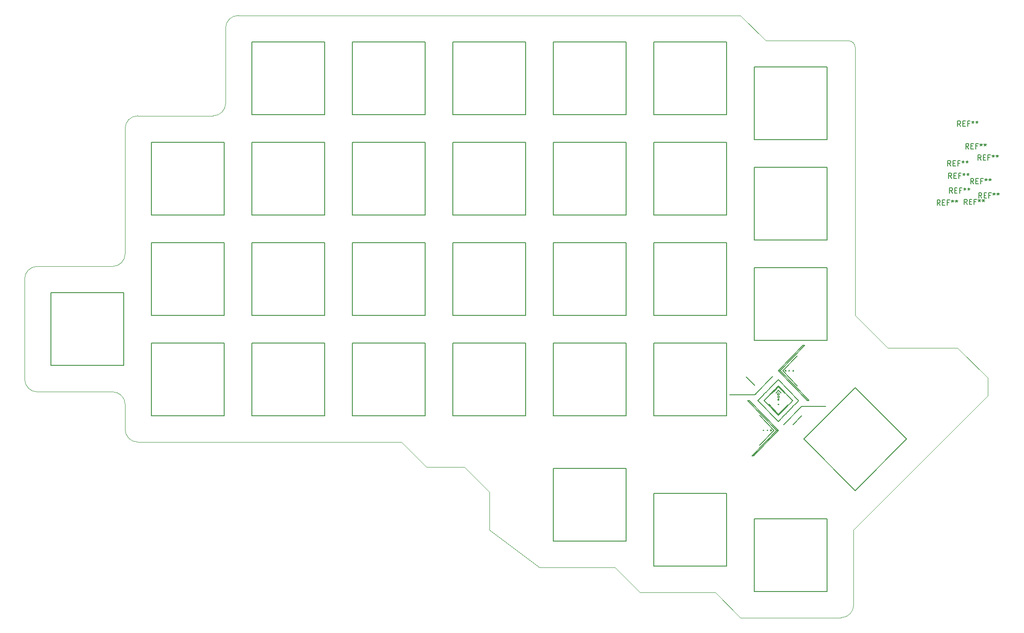
<source format=gto>
%TF.GenerationSoftware,KiCad,Pcbnew,5.1.9*%
%TF.CreationDate,2021-04-18T17:12:56+02:00*%
%TF.ProjectId,Crystal-Zeliska-plate,43727973-7461-46c2-9d5a-656c69736b61,rev?*%
%TF.SameCoordinates,Original*%
%TF.FileFunction,Legend,Top*%
%TF.FilePolarity,Positive*%
%FSLAX46Y46*%
G04 Gerber Fmt 4.6, Leading zero omitted, Abs format (unit mm)*
G04 Created by KiCad (PCBNEW 5.1.9) date 2021-04-18 17:12:56*
%MOMM*%
%LPD*%
G01*
G04 APERTURE LIST*
%TA.AperFunction,Profile*%
%ADD10C,0.100000*%
%TD*%
%TA.AperFunction,Profile*%
%ADD11C,0.200000*%
%TD*%
%ADD12C,0.200000*%
%ADD13C,0.150000*%
G04 APERTURE END LIST*
D10*
X182736236Y-39662123D02*
X198464420Y-39708640D01*
X199674420Y-40908640D02*
X199674420Y-91798640D01*
X199674420Y-91798640D02*
X205854420Y-97978640D01*
X219114420Y-97978640D02*
X224854420Y-103718640D01*
X224854420Y-103718640D02*
X224857219Y-107078640D01*
X224857219Y-107078640D02*
X199403716Y-132532143D01*
X199403716Y-132532143D02*
X199403716Y-146819643D01*
X197023736Y-149197083D02*
X177973736Y-149197083D01*
X177973736Y-34899623D02*
X182736236Y-39662123D01*
D11*
X137247376Y-58955963D02*
X137247376Y-72755783D01*
X123447556Y-72755783D02*
X123447556Y-58955963D01*
X123447556Y-91805783D02*
X137247376Y-91805783D01*
X137247376Y-78005963D02*
X123447556Y-78005963D01*
X137247376Y-78005963D02*
X137247376Y-91805783D01*
X123447556Y-91805783D02*
X123447556Y-78005963D01*
X123447556Y-110855783D02*
X123447556Y-97055963D01*
X137247376Y-97055963D02*
X137247376Y-110855783D01*
X194397376Y-63718463D02*
X194397376Y-77518283D01*
X180597556Y-77518283D02*
X180597556Y-63718463D01*
X180597556Y-96568283D02*
X180597556Y-82768463D01*
X194397376Y-82768463D02*
X194397376Y-96568283D01*
X194397376Y-82768463D02*
X180597556Y-82768463D01*
X180597556Y-96568283D02*
X194397376Y-96568283D01*
X189924436Y-115298243D02*
X199683116Y-125056923D01*
X209441796Y-115298243D02*
X199683116Y-105542103D01*
X99147376Y-39905963D02*
X85347556Y-39905963D01*
X85347556Y-53705783D02*
X99147376Y-53705783D01*
X85347556Y-72755783D02*
X85347556Y-58955963D01*
X99147376Y-58955963D02*
X99147376Y-72755783D01*
X99147376Y-58955963D02*
X85347556Y-58955963D01*
X85347556Y-72755783D02*
X99147376Y-72755783D01*
X85347556Y-91805783D02*
X85347556Y-78005963D01*
X99147376Y-78005963D02*
X99147376Y-91805783D01*
X175347376Y-39905963D02*
X161547556Y-39905963D01*
X161547556Y-53705783D02*
X175347376Y-53705783D01*
X66297556Y-72755783D02*
X66297556Y-58955963D01*
X80097376Y-58955963D02*
X80097376Y-72755783D01*
X80097376Y-58955963D02*
X66297556Y-58955963D01*
X66297556Y-72755783D02*
X80097376Y-72755783D01*
X66297556Y-110855783D02*
X80097376Y-110855783D01*
X80097376Y-97055963D02*
X66297556Y-97055963D01*
X175347376Y-58955963D02*
X175347376Y-72755783D01*
X161547556Y-72755783D02*
X161547556Y-58955963D01*
X161547556Y-91805783D02*
X161547556Y-78005963D01*
X175347376Y-78005963D02*
X175347376Y-91805783D01*
X175347376Y-78005963D02*
X161547556Y-78005963D01*
X161547556Y-91805783D02*
X175347376Y-91805783D01*
X161547556Y-110855783D02*
X161547556Y-97055963D01*
X175347376Y-97055963D02*
X175347376Y-110855783D01*
X118197376Y-39905963D02*
X118197376Y-53705783D01*
X104397556Y-53705783D02*
X104397556Y-39905963D01*
X104397556Y-72755783D02*
X118197376Y-72755783D01*
X118197376Y-58955963D02*
X104397556Y-58955963D01*
X118197376Y-58955963D02*
X118197376Y-72755783D01*
X104397556Y-72755783D02*
X104397556Y-58955963D01*
X104397556Y-110855783D02*
X104397556Y-97055963D01*
X118197376Y-97055963D02*
X118197376Y-110855783D01*
X156297376Y-97055963D02*
X142497556Y-97055963D01*
X142497556Y-110855783D02*
X156297376Y-110855783D01*
X142497556Y-134668283D02*
X156297376Y-134668283D01*
X156297376Y-120868463D02*
X142497556Y-120868463D01*
X156297376Y-120868463D02*
X156297376Y-134668283D01*
X142497556Y-134668283D02*
X142497556Y-120868463D01*
X161547556Y-72755783D02*
X175347376Y-72755783D01*
X175347376Y-58955963D02*
X161547556Y-58955963D01*
X137247376Y-97055963D02*
X123447556Y-97055963D01*
X123447556Y-110855783D02*
X137247376Y-110855783D01*
X142497556Y-53705783D02*
X156297376Y-53705783D01*
X156297376Y-39905963D02*
X142497556Y-39905963D01*
X156297376Y-39905963D02*
X156297376Y-53705783D01*
X142497556Y-53705783D02*
X142497556Y-39905963D01*
X142497556Y-72755783D02*
X156297376Y-72755783D01*
X156297376Y-58955963D02*
X142497556Y-58955963D01*
X175347376Y-97055963D02*
X161547556Y-97055963D01*
X161547556Y-110855783D02*
X175347376Y-110855783D01*
X180597556Y-58468283D02*
X180597556Y-44668463D01*
X194397376Y-44668463D02*
X194397376Y-58468283D01*
X194397376Y-44668463D02*
X180597556Y-44668463D01*
X180597556Y-58468283D02*
X194397376Y-58468283D01*
X180597556Y-77518283D02*
X194397376Y-77518283D01*
X194397376Y-63718463D02*
X180597556Y-63718463D01*
D10*
X63673735Y-115865347D02*
G75*
G02*
X61291216Y-113482143I685J2383204D01*
G01*
D11*
X161547556Y-139430783D02*
X175347376Y-139430783D01*
X175347376Y-125630963D02*
X161547556Y-125630963D01*
X175347376Y-125630963D02*
X175347376Y-139430783D01*
X161547556Y-139430783D02*
X161547556Y-125630963D01*
X161547556Y-53705783D02*
X161547556Y-39905963D01*
X175347376Y-39905963D02*
X175347376Y-53705783D01*
X80097376Y-78005963D02*
X66297556Y-78005963D01*
X66297556Y-91805783D02*
X80097376Y-91805783D01*
X47247556Y-101330783D02*
X61047376Y-101330783D01*
X61047376Y-87530963D02*
X47247556Y-87530963D01*
X61047376Y-87530963D02*
X61047376Y-101330783D01*
X47247556Y-101330783D02*
X47247556Y-87530963D01*
X85347556Y-53705783D02*
X85347556Y-39905963D01*
X99147376Y-39905963D02*
X99147376Y-53705783D01*
X80097376Y-97055963D02*
X80097376Y-110855783D01*
X66297556Y-110855783D02*
X66297556Y-97055963D01*
X104397556Y-91805783D02*
X104397556Y-78005963D01*
X118197376Y-78005963D02*
X118197376Y-91805783D01*
X118197376Y-78005963D02*
X104397556Y-78005963D01*
X104397556Y-91805783D02*
X118197376Y-91805783D01*
X66297556Y-91805783D02*
X66297556Y-78005963D01*
X80097376Y-78005963D02*
X80097376Y-91805783D01*
D10*
X118441216Y-120624623D02*
X113678716Y-115862123D01*
X113678716Y-115862123D02*
X63674244Y-115861361D01*
X61291216Y-113482143D02*
X61291216Y-108719643D01*
X58911236Y-106337123D02*
X44624244Y-106336361D01*
X42241216Y-103957143D02*
X42239831Y-84938638D01*
X44624244Y-82523861D02*
X58911744Y-82523861D01*
X61292994Y-80142611D02*
X61285413Y-56332126D01*
X63673736Y-53949623D02*
X77961744Y-53948861D01*
X177973736Y-149197083D02*
X173211236Y-144437123D01*
X173211236Y-144437123D02*
X158923736Y-144437123D01*
X158923736Y-144437123D02*
X154161236Y-139674623D01*
X154161236Y-139674623D02*
X139873736Y-139674623D01*
X139873736Y-139674623D02*
X130348736Y-132532143D01*
X130348736Y-132532143D02*
X130348736Y-125387123D01*
X130348736Y-125387123D02*
X125586236Y-120624623D01*
X125586236Y-120624623D02*
X118441216Y-120624623D01*
D11*
X209441796Y-115298243D02*
X199683116Y-125056923D01*
X189924436Y-115298243D02*
X199683116Y-105542103D01*
X180597556Y-144193283D02*
X180597556Y-130393463D01*
X194397376Y-130393463D02*
X194397376Y-144193283D01*
X194397376Y-130393463D02*
X180597556Y-130393463D01*
X180597556Y-144193283D02*
X194397376Y-144193283D01*
D10*
X44624244Y-106340347D02*
G75*
G02*
X42241216Y-103957143I176J2383204D01*
G01*
D11*
X156297376Y-58955963D02*
X156297376Y-72755783D01*
X142497556Y-72755783D02*
X142497556Y-58955963D01*
X142497556Y-91805783D02*
X142497556Y-78005963D01*
X156297376Y-78005963D02*
X156297376Y-91805783D01*
X156297376Y-78005963D02*
X142497556Y-78005963D01*
X142497556Y-91805783D02*
X156297376Y-91805783D01*
X142497556Y-110855783D02*
X142497556Y-97055963D01*
X156297376Y-97055963D02*
X156297376Y-110855783D01*
D10*
X42239831Y-84938638D02*
G75*
G02*
X44624245Y-82523862I2384589J29998D01*
G01*
X61285412Y-56332126D02*
G75*
G02*
X63673736Y-53949623I2389008J-6514D01*
G01*
X61290396Y-80142617D02*
G75*
G02*
X58911237Y-82524622I-2375976J-6023D01*
G01*
D11*
X99147376Y-78005963D02*
X85347556Y-78005963D01*
X85347556Y-91805783D02*
X99147376Y-91805783D01*
X85347556Y-110855783D02*
X99147376Y-110855783D01*
X99147376Y-97055963D02*
X85347556Y-97055963D01*
X99147376Y-97055963D02*
X99147376Y-110855783D01*
X85347556Y-110855783D02*
X85347556Y-97055963D01*
X104397556Y-53705783D02*
X118197376Y-53705783D01*
X118197376Y-39905963D02*
X104397556Y-39905963D01*
X118197376Y-97055963D02*
X104397556Y-97055963D01*
X104397556Y-110855783D02*
X118197376Y-110855783D01*
X123447556Y-53705783D02*
X137247376Y-53705783D01*
X137247376Y-39905963D02*
X123447556Y-39905963D01*
X137247376Y-39905963D02*
X137247376Y-53705783D01*
X123447556Y-53705783D02*
X123447556Y-39905963D01*
X123447556Y-72755783D02*
X137247376Y-72755783D01*
X137247376Y-58955963D02*
X123447556Y-58955963D01*
D10*
X80342994Y-51567611D02*
X80341216Y-37282143D01*
X82723736Y-34899623D02*
X177973736Y-34899623D01*
X205854420Y-97978640D02*
X219114420Y-97978640D01*
X199402863Y-146819643D02*
G75*
G02*
X197024420Y-149197083I-2378443J1003D01*
G01*
X198464420Y-39708599D02*
G75*
G02*
X199674420Y-40908640I0J-1210041D01*
G01*
X80345407Y-37282136D02*
G75*
G02*
X82723737Y-34899624I2379013J3496D01*
G01*
X58911241Y-106341847D02*
G75*
G02*
X61291215Y-108719642I3179J-2376793D01*
G01*
X80345404Y-51567609D02*
G75*
G02*
X77961237Y-53949622I-2380984J-1031D01*
G01*
D12*
X184531022Y-106023432D02*
X183906025Y-106669035D01*
X185156607Y-105377222D02*
X185781547Y-106022766D01*
X185156604Y-108631807D02*
X185156604Y-108631807D01*
X185156604Y-108631807D02*
X185079966Y-108684704D01*
X179422903Y-108098025D02*
X179312015Y-107983480D01*
X185161545Y-110601110D02*
X185146205Y-110616949D01*
X185124623Y-104013972D02*
X188979011Y-107995435D01*
X184560032Y-104597177D02*
X184717712Y-104434297D01*
X184717712Y-104434297D02*
X184874859Y-104271969D01*
X184874859Y-104271969D02*
X185027065Y-104114745D01*
X185027065Y-104114745D02*
X185124623Y-104013972D01*
X185689214Y-111393694D02*
X185531532Y-111556573D01*
X185531532Y-111556573D02*
X185374385Y-111718901D01*
X185374385Y-111718901D02*
X185222180Y-111876125D01*
X185222180Y-111876125D02*
X185124623Y-111976899D01*
X180692390Y-106915071D02*
X184077818Y-103417539D01*
X190600442Y-107990353D02*
X190547502Y-107935663D01*
X185322516Y-107289855D02*
X185273922Y-107168669D01*
X185039286Y-107411042D02*
X185220096Y-107448192D01*
X184296898Y-113645115D02*
X181561717Y-116470479D01*
X181561455Y-110819481D02*
X184296898Y-113645115D01*
X187289039Y-108575073D02*
X187147649Y-108721124D01*
X187147649Y-108721124D02*
X186995448Y-108878343D01*
X186995448Y-108878343D02*
X186833700Y-109045423D01*
X186833700Y-109045423D02*
X186663670Y-109221060D01*
X186663670Y-109221060D02*
X186486620Y-109403947D01*
X186486620Y-109403947D02*
X186303815Y-109592779D01*
X186303815Y-109592779D02*
X186163695Y-109737519D01*
X186163695Y-109737519D02*
X186021581Y-109884317D01*
X186021581Y-109884317D02*
X185925996Y-109983055D01*
X182269042Y-113685639D02*
X182329503Y-113698062D01*
X185198795Y-107908603D02*
X185266854Y-107803387D01*
X183042266Y-113685498D02*
X183102517Y-113697878D01*
X175905045Y-106915052D02*
X180692402Y-106915052D01*
X189552568Y-110898824D02*
X187935619Y-112569783D01*
X187131004Y-102295343D02*
X187170098Y-102278616D01*
X187170098Y-102278616D02*
X187221176Y-102313870D01*
X185954560Y-102335725D02*
X188689740Y-105161088D01*
X185457776Y-102335640D02*
X190883707Y-107940683D01*
X190146379Y-97492460D02*
X185457776Y-102335640D01*
X189552568Y-109072252D02*
X186167140Y-112569783D01*
X180692390Y-105088498D02*
X179021431Y-103471549D01*
X183641895Y-113601328D02*
X183665907Y-113726023D01*
X186396457Y-102335725D02*
X186428900Y-102254817D01*
X183102517Y-113697878D02*
X183136647Y-113645115D01*
X189552571Y-109072280D02*
X189338631Y-109293273D01*
X194119791Y-109072280D02*
X189552571Y-109072280D01*
X183228975Y-107197115D02*
X183372120Y-107049250D01*
X183372120Y-107049250D02*
X183513628Y-106903077D01*
X183513628Y-106903077D02*
X183652965Y-106759146D01*
X183652965Y-106759146D02*
X183834450Y-106571678D01*
X183834450Y-106571678D02*
X184009864Y-106390481D01*
X184009864Y-106390481D02*
X184177942Y-106216861D01*
X184177942Y-106216861D02*
X184337422Y-106052123D01*
X184337422Y-106052123D02*
X184487038Y-105897574D01*
X184487038Y-105897574D02*
X184592018Y-105789134D01*
X185156609Y-110777808D02*
X182459588Y-107991870D01*
X185350141Y-106747441D02*
X185293456Y-106606077D01*
X185230668Y-106932141D02*
X185348915Y-106769944D01*
X185348915Y-106769944D02*
X185350141Y-106747441D01*
X185079966Y-108684704D02*
X185097948Y-108778084D01*
X185156607Y-110606320D02*
X183325917Y-108715278D01*
X185156607Y-110606320D02*
X186986191Y-108716417D01*
X185188348Y-108796659D02*
X185239556Y-108717494D01*
X185215260Y-108656904D02*
X185156604Y-108631807D01*
X182347502Y-113604592D02*
X182308272Y-113587806D01*
X185266854Y-107803387D02*
X185234562Y-107722859D01*
X185156607Y-106062276D02*
X185625720Y-106546857D01*
X184687572Y-106546774D02*
X185156607Y-106062276D01*
X184387221Y-106000683D02*
X183228975Y-107197115D01*
X184592018Y-105789134D02*
X184749699Y-105626254D01*
X184749699Y-105626254D02*
X184906846Y-105463926D01*
X184906846Y-105463926D02*
X185059051Y-105306702D01*
X185059051Y-105306702D02*
X185156609Y-105205929D01*
X185124623Y-104013972D02*
X185124623Y-104013972D01*
X182329503Y-113698062D02*
X182363752Y-113645115D01*
X185220096Y-107448192D02*
X185322516Y-107289855D01*
X183136647Y-113645115D02*
X183120454Y-113604734D01*
X185234562Y-107722859D02*
X185156604Y-107689503D01*
X183081360Y-113588006D02*
X183081360Y-113588006D01*
X180277260Y-118310842D02*
X180104961Y-118488820D01*
X184794112Y-113645070D02*
X180104961Y-118488813D01*
X185126196Y-113645070D02*
X184794112Y-113645070D01*
X185156604Y-107689503D02*
X185156604Y-107689503D01*
X183196989Y-106005158D02*
X183340134Y-105857293D01*
X183340134Y-105857293D02*
X183481642Y-105711120D01*
X183481642Y-105711120D02*
X183620979Y-105567189D01*
X183620979Y-105567189D02*
X183802464Y-105379721D01*
X183802464Y-105379721D02*
X183977877Y-105198524D01*
X183977877Y-105198524D02*
X184145956Y-105024904D01*
X184145956Y-105024904D02*
X184305436Y-104860166D01*
X184305436Y-104860166D02*
X184455052Y-104705617D01*
X184455052Y-104705617D02*
X184560032Y-104597177D01*
X182363752Y-113645115D02*
X182347502Y-113604592D01*
X187221176Y-102313870D02*
X187209192Y-102376108D01*
X186507226Y-102221304D02*
X186609563Y-102291938D01*
X182308272Y-113587806D02*
X182308272Y-113587806D01*
X186428900Y-102254817D02*
X186507226Y-102221304D01*
X187903956Y-102295202D02*
X187943186Y-102278416D01*
X181270235Y-107995435D02*
X181416967Y-107843865D01*
X181416967Y-107843865D02*
X181568395Y-107687445D01*
X181568395Y-107687445D02*
X181737367Y-107512901D01*
X181737367Y-107512901D02*
X181834826Y-107412230D01*
X185124623Y-111976899D02*
X181270235Y-107995435D01*
X187943186Y-102278416D02*
X187994442Y-102313794D01*
X187209192Y-102376108D02*
X187148941Y-102388488D01*
X185019752Y-106888805D02*
X185216989Y-106937381D01*
X185216989Y-106937381D02*
X185230668Y-106932141D01*
X184977799Y-106670936D02*
X185005213Y-106871997D01*
X185005213Y-106871997D02*
X185019752Y-106888805D01*
X187982416Y-102376249D02*
X187921955Y-102388672D01*
X186464836Y-102441437D02*
X186396457Y-102335725D01*
X183081360Y-113588006D02*
X183030282Y-113623261D01*
X183786622Y-113750828D02*
X183855001Y-113645115D01*
X189552571Y-109072280D02*
X194119791Y-109072280D01*
X180692402Y-106915052D02*
X180867818Y-106733853D01*
X190146378Y-97492453D02*
X189815073Y-97492225D01*
X190033251Y-97609308D02*
X190146378Y-97492453D01*
X187887706Y-102335725D02*
X187903956Y-102295202D01*
X183030282Y-113623261D02*
X183042266Y-113685498D01*
X183024179Y-107408664D02*
X183165568Y-107262612D01*
X183165568Y-107262612D02*
X183317769Y-107105393D01*
X183317769Y-107105393D02*
X183479517Y-106938313D01*
X183479517Y-106938313D02*
X183649547Y-106762676D01*
X183649547Y-106762676D02*
X183826597Y-106579789D01*
X183826597Y-106579789D02*
X184009402Y-106390957D01*
X184009402Y-106390957D02*
X184149522Y-106246218D01*
X184149522Y-106246218D02*
X184291635Y-106099420D01*
X184291635Y-106099420D02*
X184387221Y-106000683D01*
X182459588Y-107991870D02*
X182606320Y-107840299D01*
X182606320Y-107840299D02*
X182757747Y-107683879D01*
X182757747Y-107683879D02*
X182926720Y-107509335D01*
X182926720Y-107509335D02*
X183024179Y-107408664D01*
X185925996Y-109983055D02*
X187084243Y-108786622D01*
X185721200Y-110194603D02*
X185563518Y-110357482D01*
X185563518Y-110357482D02*
X185406371Y-110519810D01*
X185406371Y-110519810D02*
X185254166Y-110677034D01*
X185254166Y-110677034D02*
X185156609Y-110777808D01*
X186507226Y-102221304D02*
X186507226Y-102221304D01*
X187084243Y-108786622D02*
X186941097Y-108934486D01*
X186941097Y-108934486D02*
X186799589Y-109080660D01*
X186799589Y-109080660D02*
X186660252Y-109224591D01*
X186660252Y-109224591D02*
X186478767Y-109412059D01*
X186478767Y-109412059D02*
X186303353Y-109593256D01*
X186303353Y-109593256D02*
X186135275Y-109766876D01*
X186135275Y-109766876D02*
X185975795Y-109931613D01*
X185975795Y-109931613D02*
X185826179Y-110086162D01*
X185826179Y-110086162D02*
X185721200Y-110194603D01*
X185156609Y-105205929D02*
X187853630Y-107991870D01*
X183744232Y-113530694D02*
X183641895Y-113601328D01*
X187921955Y-102388672D02*
X187887706Y-102335725D01*
X183822558Y-113564208D02*
X183744232Y-113530694D01*
X186609563Y-102291938D02*
X186585551Y-102416633D01*
X185156604Y-107118473D02*
X185156604Y-107118473D01*
X187853630Y-107991870D02*
X187706897Y-108143439D01*
X187706897Y-108143439D02*
X187555470Y-108299859D01*
X187555470Y-108299859D02*
X187386497Y-108474401D01*
X187386497Y-108474401D02*
X187289039Y-108575073D01*
X187052256Y-109985713D02*
X186909110Y-110133577D01*
X186909110Y-110133577D02*
X186767602Y-110279750D01*
X186767602Y-110279750D02*
X186628265Y-110423681D01*
X186628265Y-110423681D02*
X186446781Y-110611149D01*
X186446781Y-110611149D02*
X186271367Y-110792346D01*
X186271367Y-110792346D02*
X186103289Y-110965966D01*
X186103289Y-110965966D02*
X185943809Y-111130704D01*
X185943809Y-111130704D02*
X185794193Y-111285253D01*
X185794193Y-111285253D02*
X185689214Y-111393694D01*
X185156604Y-106547524D02*
X184983883Y-106657239D01*
X184983883Y-106657239D02*
X184977799Y-106670936D01*
X185781547Y-106022766D02*
X186406713Y-106668547D01*
X183197869Y-106004250D02*
X183196989Y-106005158D01*
X180437483Y-118488469D02*
X180552446Y-118369709D01*
X180104961Y-118488820D02*
X180437483Y-118488469D01*
X185239556Y-108717494D02*
X185215260Y-108656904D01*
X182308272Y-113587806D02*
X182257016Y-113623184D01*
X183744232Y-113530694D02*
X183744232Y-113530694D01*
X183120454Y-113604734D02*
X183081360Y-113588006D01*
X187994442Y-102313794D02*
X187982416Y-102376249D01*
X184531022Y-106023432D02*
X185156607Y-105377222D01*
X185156609Y-105205929D02*
X185156609Y-105205929D01*
X185003321Y-107224270D02*
X185039286Y-107411042D01*
X185156604Y-107118473D02*
X185003321Y-107224270D01*
X187114811Y-102335725D02*
X187131004Y-102295343D01*
X183855001Y-113645115D02*
X183822558Y-113564208D01*
X188690003Y-99510091D02*
X185954560Y-102335725D01*
X182257016Y-113623184D02*
X182269042Y-113685639D01*
X185054747Y-107759805D02*
X185078646Y-107883915D01*
X187051377Y-109986622D02*
X187052256Y-109985713D01*
X185126195Y-102335690D02*
X190547486Y-107935715D01*
X189815073Y-97492225D02*
X185126195Y-102335690D01*
X185293456Y-106606077D02*
X185156604Y-106547524D01*
X185126196Y-113645070D02*
X179712940Y-108053339D01*
X180437483Y-118488364D02*
X185126196Y-113645070D01*
X185273922Y-107168669D02*
X185156604Y-107118473D01*
X190931807Y-107990353D02*
X190600442Y-107990353D01*
X190883707Y-107940683D02*
X190931807Y-107990353D01*
X185078646Y-107883915D02*
X185198795Y-107908603D01*
X185156604Y-107689503D02*
X185054747Y-107759805D01*
X185156604Y-106547524D02*
X185156604Y-106547524D01*
X183665907Y-113726023D02*
X183786622Y-113750828D01*
X179651961Y-107990381D02*
X179712941Y-108053370D01*
X179312015Y-107983480D02*
X179651961Y-107990381D01*
X186585551Y-102416633D02*
X186464836Y-102441437D01*
X187943186Y-102278416D02*
X187943186Y-102278416D01*
X187170098Y-102278616D02*
X187170098Y-102278616D01*
X179312018Y-107983479D02*
X184801951Y-113648301D01*
X185126196Y-102335640D02*
X185457776Y-102335640D01*
X181834826Y-107412230D02*
X181976215Y-107266179D01*
X181976215Y-107266179D02*
X182128416Y-107108960D01*
X182128416Y-107108960D02*
X182290164Y-106941880D01*
X182290164Y-106941880D02*
X182460195Y-106766244D01*
X182460195Y-106766244D02*
X182637245Y-106583357D01*
X182637245Y-106583357D02*
X182820050Y-106394525D01*
X182820050Y-106394525D02*
X182960170Y-106249785D01*
X182960170Y-106249785D02*
X183102283Y-106102987D01*
X183102283Y-106102987D02*
X183197869Y-106004250D01*
X188979011Y-107995435D02*
X188832278Y-108147005D01*
X188832278Y-108147005D02*
X188680850Y-108303424D01*
X188680850Y-108303424D02*
X188511878Y-108477968D01*
X188511878Y-108477968D02*
X188414420Y-108578640D01*
X187148941Y-102388488D02*
X187114811Y-102335725D01*
X185097948Y-108778084D02*
X185188348Y-108796659D01*
X188414420Y-108578640D02*
X188273029Y-108724691D01*
X188273029Y-108724691D02*
X188120829Y-108881910D01*
X188120829Y-108881910D02*
X187959081Y-109048991D01*
X187959081Y-109048991D02*
X187789050Y-109224627D01*
X187789050Y-109224627D02*
X187612000Y-109407514D01*
X187612000Y-109407514D02*
X187429195Y-109596346D01*
X187429195Y-109596346D02*
X187289075Y-109741086D01*
X187289075Y-109741086D02*
X187146962Y-109887884D01*
X187146962Y-109887884D02*
X187051377Y-109986622D01*
D13*
X217991086Y-65831020D02*
X217657753Y-65354830D01*
X217419658Y-65831020D02*
X217419658Y-64831020D01*
X217800610Y-64831020D01*
X217895848Y-64878640D01*
X217943467Y-64926259D01*
X217991086Y-65021497D01*
X217991086Y-65164354D01*
X217943467Y-65259592D01*
X217895848Y-65307211D01*
X217800610Y-65354830D01*
X217419658Y-65354830D01*
X218419658Y-65307211D02*
X218752991Y-65307211D01*
X218895848Y-65831020D02*
X218419658Y-65831020D01*
X218419658Y-64831020D01*
X218895848Y-64831020D01*
X219657753Y-65307211D02*
X219324420Y-65307211D01*
X219324420Y-65831020D02*
X219324420Y-64831020D01*
X219800610Y-64831020D01*
X220324420Y-64831020D02*
X220324420Y-65069116D01*
X220086324Y-64973878D02*
X220324420Y-65069116D01*
X220562515Y-64973878D01*
X220181562Y-65259592D02*
X220324420Y-65069116D01*
X220467277Y-65259592D01*
X221086324Y-64831020D02*
X221086324Y-65069116D01*
X220848229Y-64973878D02*
X221086324Y-65069116D01*
X221324420Y-64973878D01*
X220943467Y-65259592D02*
X221086324Y-65069116D01*
X221229181Y-65259592D01*
X218141086Y-68611020D02*
X217807753Y-68134830D01*
X217569658Y-68611020D02*
X217569658Y-67611020D01*
X217950610Y-67611020D01*
X218045848Y-67658640D01*
X218093467Y-67706259D01*
X218141086Y-67801497D01*
X218141086Y-67944354D01*
X218093467Y-68039592D01*
X218045848Y-68087211D01*
X217950610Y-68134830D01*
X217569658Y-68134830D01*
X218569658Y-68087211D02*
X218902991Y-68087211D01*
X219045848Y-68611020D02*
X218569658Y-68611020D01*
X218569658Y-67611020D01*
X219045848Y-67611020D01*
X219807753Y-68087211D02*
X219474420Y-68087211D01*
X219474420Y-68611020D02*
X219474420Y-67611020D01*
X219950610Y-67611020D01*
X220474420Y-67611020D02*
X220474420Y-67849116D01*
X220236324Y-67753878D02*
X220474420Y-67849116D01*
X220712515Y-67753878D01*
X220331562Y-68039592D02*
X220474420Y-67849116D01*
X220617277Y-68039592D01*
X221236324Y-67611020D02*
X221236324Y-67849116D01*
X220998229Y-67753878D02*
X221236324Y-67849116D01*
X221474420Y-67753878D01*
X221093467Y-68039592D02*
X221236324Y-67849116D01*
X221379181Y-68039592D01*
X223551086Y-62371020D02*
X223217753Y-61894830D01*
X222979658Y-62371020D02*
X222979658Y-61371020D01*
X223360610Y-61371020D01*
X223455848Y-61418640D01*
X223503467Y-61466259D01*
X223551086Y-61561497D01*
X223551086Y-61704354D01*
X223503467Y-61799592D01*
X223455848Y-61847211D01*
X223360610Y-61894830D01*
X222979658Y-61894830D01*
X223979658Y-61847211D02*
X224312991Y-61847211D01*
X224455848Y-62371020D02*
X223979658Y-62371020D01*
X223979658Y-61371020D01*
X224455848Y-61371020D01*
X225217753Y-61847211D02*
X224884420Y-61847211D01*
X224884420Y-62371020D02*
X224884420Y-61371020D01*
X225360610Y-61371020D01*
X225884420Y-61371020D02*
X225884420Y-61609116D01*
X225646324Y-61513878D02*
X225884420Y-61609116D01*
X226122515Y-61513878D01*
X225741562Y-61799592D02*
X225884420Y-61609116D01*
X226027277Y-61799592D01*
X226646324Y-61371020D02*
X226646324Y-61609116D01*
X226408229Y-61513878D02*
X226646324Y-61609116D01*
X226884420Y-61513878D01*
X226503467Y-61799592D02*
X226646324Y-61609116D01*
X226789181Y-61799592D01*
X222161086Y-66851020D02*
X221827753Y-66374830D01*
X221589658Y-66851020D02*
X221589658Y-65851020D01*
X221970610Y-65851020D01*
X222065848Y-65898640D01*
X222113467Y-65946259D01*
X222161086Y-66041497D01*
X222161086Y-66184354D01*
X222113467Y-66279592D01*
X222065848Y-66327211D01*
X221970610Y-66374830D01*
X221589658Y-66374830D01*
X222589658Y-66327211D02*
X222922991Y-66327211D01*
X223065848Y-66851020D02*
X222589658Y-66851020D01*
X222589658Y-65851020D01*
X223065848Y-65851020D01*
X223827753Y-66327211D02*
X223494420Y-66327211D01*
X223494420Y-66851020D02*
X223494420Y-65851020D01*
X223970610Y-65851020D01*
X224494420Y-65851020D02*
X224494420Y-66089116D01*
X224256324Y-65993878D02*
X224494420Y-66089116D01*
X224732515Y-65993878D01*
X224351562Y-66279592D02*
X224494420Y-66089116D01*
X224637277Y-66279592D01*
X225256324Y-65851020D02*
X225256324Y-66089116D01*
X225018229Y-65993878D02*
X225256324Y-66089116D01*
X225494420Y-65993878D01*
X225113467Y-66279592D02*
X225256324Y-66089116D01*
X225399181Y-66279592D01*
X223701086Y-69541020D02*
X223367753Y-69064830D01*
X223129658Y-69541020D02*
X223129658Y-68541020D01*
X223510610Y-68541020D01*
X223605848Y-68588640D01*
X223653467Y-68636259D01*
X223701086Y-68731497D01*
X223701086Y-68874354D01*
X223653467Y-68969592D01*
X223605848Y-69017211D01*
X223510610Y-69064830D01*
X223129658Y-69064830D01*
X224129658Y-69017211D02*
X224462991Y-69017211D01*
X224605848Y-69541020D02*
X224129658Y-69541020D01*
X224129658Y-68541020D01*
X224605848Y-68541020D01*
X225367753Y-69017211D02*
X225034420Y-69017211D01*
X225034420Y-69541020D02*
X225034420Y-68541020D01*
X225510610Y-68541020D01*
X226034420Y-68541020D02*
X226034420Y-68779116D01*
X225796324Y-68683878D02*
X226034420Y-68779116D01*
X226272515Y-68683878D01*
X225891562Y-68969592D02*
X226034420Y-68779116D01*
X226177277Y-68969592D01*
X226796324Y-68541020D02*
X226796324Y-68779116D01*
X226558229Y-68683878D02*
X226796324Y-68779116D01*
X227034420Y-68683878D01*
X226653467Y-68969592D02*
X226796324Y-68779116D01*
X226939181Y-68969592D01*
X220921086Y-70771020D02*
X220587753Y-70294830D01*
X220349658Y-70771020D02*
X220349658Y-69771020D01*
X220730610Y-69771020D01*
X220825848Y-69818640D01*
X220873467Y-69866259D01*
X220921086Y-69961497D01*
X220921086Y-70104354D01*
X220873467Y-70199592D01*
X220825848Y-70247211D01*
X220730610Y-70294830D01*
X220349658Y-70294830D01*
X221349658Y-70247211D02*
X221682991Y-70247211D01*
X221825848Y-70771020D02*
X221349658Y-70771020D01*
X221349658Y-69771020D01*
X221825848Y-69771020D01*
X222587753Y-70247211D02*
X222254420Y-70247211D01*
X222254420Y-70771020D02*
X222254420Y-69771020D01*
X222730610Y-69771020D01*
X223254420Y-69771020D02*
X223254420Y-70009116D01*
X223016324Y-69913878D02*
X223254420Y-70009116D01*
X223492515Y-69913878D01*
X223111562Y-70199592D02*
X223254420Y-70009116D01*
X223397277Y-70199592D01*
X224016324Y-69771020D02*
X224016324Y-70009116D01*
X223778229Y-69913878D02*
X224016324Y-70009116D01*
X224254420Y-69913878D01*
X223873467Y-70199592D02*
X224016324Y-70009116D01*
X224159181Y-70199592D01*
X219691086Y-55941020D02*
X219357753Y-55464830D01*
X219119658Y-55941020D02*
X219119658Y-54941020D01*
X219500610Y-54941020D01*
X219595848Y-54988640D01*
X219643467Y-55036259D01*
X219691086Y-55131497D01*
X219691086Y-55274354D01*
X219643467Y-55369592D01*
X219595848Y-55417211D01*
X219500610Y-55464830D01*
X219119658Y-55464830D01*
X220119658Y-55417211D02*
X220452991Y-55417211D01*
X220595848Y-55941020D02*
X220119658Y-55941020D01*
X220119658Y-54941020D01*
X220595848Y-54941020D01*
X221357753Y-55417211D02*
X221024420Y-55417211D01*
X221024420Y-55941020D02*
X221024420Y-54941020D01*
X221500610Y-54941020D01*
X222024420Y-54941020D02*
X222024420Y-55179116D01*
X221786324Y-55083878D02*
X222024420Y-55179116D01*
X222262515Y-55083878D01*
X221881562Y-55369592D02*
X222024420Y-55179116D01*
X222167277Y-55369592D01*
X222786324Y-54941020D02*
X222786324Y-55179116D01*
X222548229Y-55083878D02*
X222786324Y-55179116D01*
X223024420Y-55083878D01*
X222643467Y-55369592D02*
X222786324Y-55179116D01*
X222929181Y-55369592D01*
X221231086Y-60211020D02*
X220897753Y-59734830D01*
X220659658Y-60211020D02*
X220659658Y-59211020D01*
X221040610Y-59211020D01*
X221135848Y-59258640D01*
X221183467Y-59306259D01*
X221231086Y-59401497D01*
X221231086Y-59544354D01*
X221183467Y-59639592D01*
X221135848Y-59687211D01*
X221040610Y-59734830D01*
X220659658Y-59734830D01*
X221659658Y-59687211D02*
X221992991Y-59687211D01*
X222135848Y-60211020D02*
X221659658Y-60211020D01*
X221659658Y-59211020D01*
X222135848Y-59211020D01*
X222897753Y-59687211D02*
X222564420Y-59687211D01*
X222564420Y-60211020D02*
X222564420Y-59211020D01*
X223040610Y-59211020D01*
X223564420Y-59211020D02*
X223564420Y-59449116D01*
X223326324Y-59353878D02*
X223564420Y-59449116D01*
X223802515Y-59353878D01*
X223421562Y-59639592D02*
X223564420Y-59449116D01*
X223707277Y-59639592D01*
X224326324Y-59211020D02*
X224326324Y-59449116D01*
X224088229Y-59353878D02*
X224326324Y-59449116D01*
X224564420Y-59353878D01*
X224183467Y-59639592D02*
X224326324Y-59449116D01*
X224469181Y-59639592D01*
X215821086Y-70931020D02*
X215487753Y-70454830D01*
X215249658Y-70931020D02*
X215249658Y-69931020D01*
X215630610Y-69931020D01*
X215725848Y-69978640D01*
X215773467Y-70026259D01*
X215821086Y-70121497D01*
X215821086Y-70264354D01*
X215773467Y-70359592D01*
X215725848Y-70407211D01*
X215630610Y-70454830D01*
X215249658Y-70454830D01*
X216249658Y-70407211D02*
X216582991Y-70407211D01*
X216725848Y-70931020D02*
X216249658Y-70931020D01*
X216249658Y-69931020D01*
X216725848Y-69931020D01*
X217487753Y-70407211D02*
X217154420Y-70407211D01*
X217154420Y-70931020D02*
X217154420Y-69931020D01*
X217630610Y-69931020D01*
X218154420Y-69931020D02*
X218154420Y-70169116D01*
X217916324Y-70073878D02*
X218154420Y-70169116D01*
X218392515Y-70073878D01*
X218011562Y-70359592D02*
X218154420Y-70169116D01*
X218297277Y-70359592D01*
X218916324Y-69931020D02*
X218916324Y-70169116D01*
X218678229Y-70073878D02*
X218916324Y-70169116D01*
X219154420Y-70073878D01*
X218773467Y-70359592D02*
X218916324Y-70169116D01*
X219059181Y-70359592D01*
X217831086Y-63451020D02*
X217497753Y-62974830D01*
X217259658Y-63451020D02*
X217259658Y-62451020D01*
X217640610Y-62451020D01*
X217735848Y-62498640D01*
X217783467Y-62546259D01*
X217831086Y-62641497D01*
X217831086Y-62784354D01*
X217783467Y-62879592D01*
X217735848Y-62927211D01*
X217640610Y-62974830D01*
X217259658Y-62974830D01*
X218259658Y-62927211D02*
X218592991Y-62927211D01*
X218735848Y-63451020D02*
X218259658Y-63451020D01*
X218259658Y-62451020D01*
X218735848Y-62451020D01*
X219497753Y-62927211D02*
X219164420Y-62927211D01*
X219164420Y-63451020D02*
X219164420Y-62451020D01*
X219640610Y-62451020D01*
X220164420Y-62451020D02*
X220164420Y-62689116D01*
X219926324Y-62593878D02*
X220164420Y-62689116D01*
X220402515Y-62593878D01*
X220021562Y-62879592D02*
X220164420Y-62689116D01*
X220307277Y-62879592D01*
X220926324Y-62451020D02*
X220926324Y-62689116D01*
X220688229Y-62593878D02*
X220926324Y-62689116D01*
X221164420Y-62593878D01*
X220783467Y-62879592D02*
X220926324Y-62689116D01*
X221069181Y-62879592D01*
M02*

</source>
